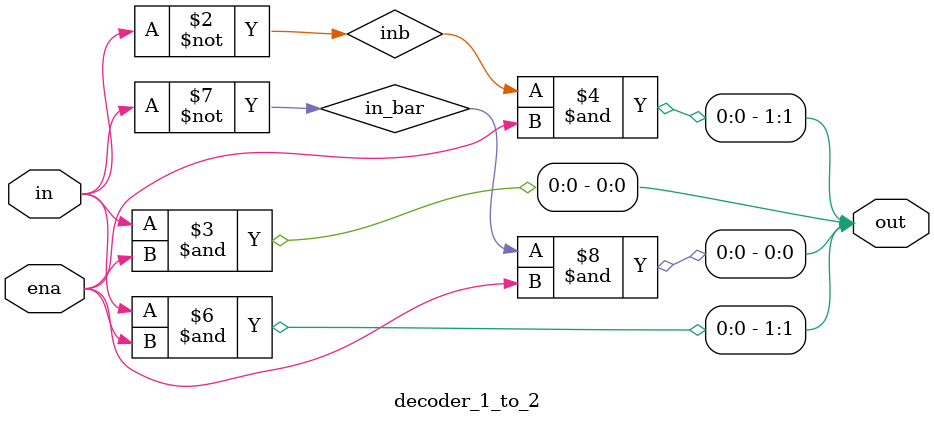
<source format=sv>
module decoder_1_to_2(ena, in, out);

input wire ena;
input wire in;
output logic [1:0] out;

logic inb;
always_comb begin   
    inb = ~in;
    out[0] = in & ena;
    out[1] = inb & ena;
end


logic in_bar;
always_comb begin
  out[1] = in & ena;
  in_bar = ~ in;
  out[0] = in_bar & ena;
end

// Alternate:
// always_comb out[0] = ~in & ena;


endmodule
</source>
